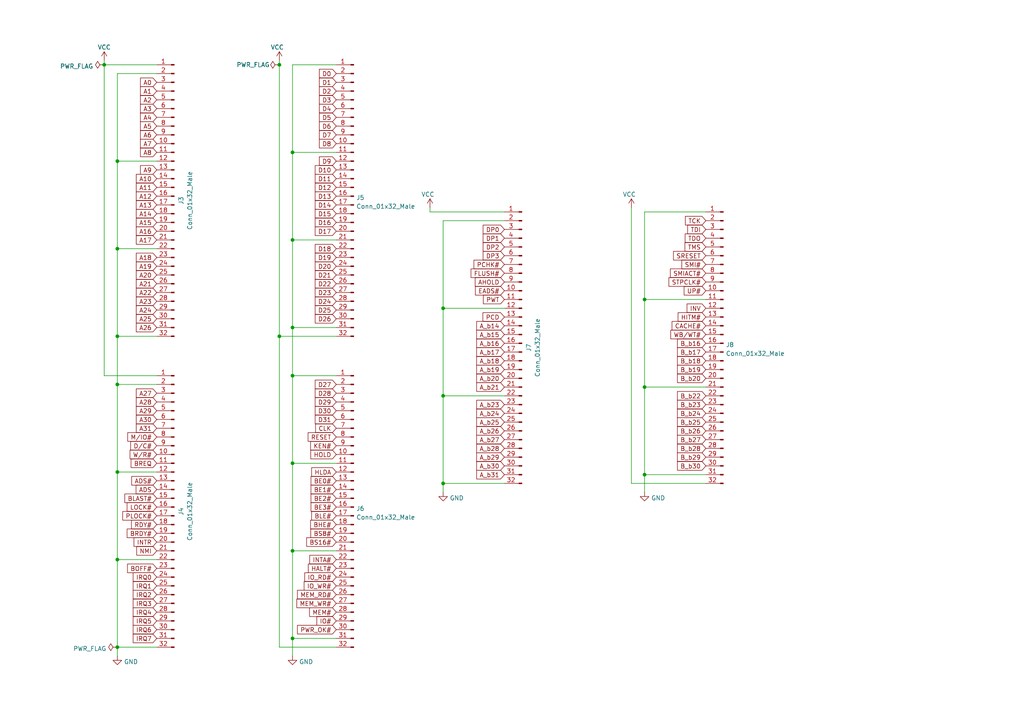
<source format=kicad_sch>
(kicad_sch (version 20211123) (generator eeschema)
  (paper "A4")
  (lib_symbols
    (symbol "Connector:Conn_01x32_Male" (pin_names (offset 1.016) hide)
      (property "Reference" "J" (at 0 40.64 0))
      (property "Value" "Conn_01x32_Male" (at 0 -43.18 0))
      (symbol "Conn_01x32_Male_1_1"
        (polyline (pts (xy 1.27 -40.64) (xy 0.8636 -40.64)) (stroke (width 0.1524)))
        (polyline (pts (xy 1.27 -38.1) (xy 0.8636 -38.1)) (stroke (width 0.1524)))
        (polyline (pts (xy 1.27 -35.56) (xy 0.8636 -35.56)) (stroke (width 0.1524)))
        (polyline (pts (xy 1.27 -33.02) (xy 0.8636 -33.02)) (stroke (width 0.1524)))
        (polyline (pts (xy 1.27 -30.48) (xy 0.8636 -30.48)) (stroke (width 0.1524)))
        (polyline (pts (xy 1.27 -27.94) (xy 0.8636 -27.94)) (stroke (width 0.1524)))
        (polyline (pts (xy 1.27 -25.4) (xy 0.8636 -25.4)) (stroke (width 0.1524)))
        (polyline (pts (xy 1.27 -22.86) (xy 0.8636 -22.86)) (stroke (width 0.1524)))
        (polyline (pts (xy 1.27 -20.32) (xy 0.8636 -20.32)) (stroke (width 0.1524)))
        (polyline (pts (xy 1.27 -17.78) (xy 0.8636 -17.78)) (stroke (width 0.1524)))
        (polyline (pts (xy 1.27 -15.24) (xy 0.8636 -15.24)) (stroke (width 0.1524)))
        (polyline (pts (xy 1.27 -12.7) (xy 0.8636 -12.7)) (stroke (width 0.1524)))
        (polyline (pts (xy 1.27 -10.16) (xy 0.8636 -10.16)) (stroke (width 0.1524)))
        (polyline (pts (xy 1.27 -7.62) (xy 0.8636 -7.62)) (stroke (width 0.1524)))
        (polyline (pts (xy 1.27 -5.08) (xy 0.8636 -5.08)) (stroke (width 0.1524)))
        (polyline (pts (xy 1.27 -2.54) (xy 0.8636 -2.54)) (stroke (width 0.1524)))
        (polyline (pts (xy 1.27 0) (xy 0.8636 0)) (stroke (width 0.1524)))
        (polyline (pts (xy 1.27 2.54) (xy 0.8636 2.54)) (stroke (width 0.1524)))
        (polyline (pts (xy 1.27 5.08) (xy 0.8636 5.08)) (stroke (width 0.1524)))
        (polyline (pts (xy 1.27 7.62) (xy 0.8636 7.62)) (stroke (width 0.1524)))
        (polyline (pts (xy 1.27 10.16) (xy 0.8636 10.16)) (stroke (width 0.1524)))
        (polyline (pts (xy 1.27 12.7) (xy 0.8636 12.7)) (stroke (width 0.1524)))
        (polyline (pts (xy 1.27 15.24) (xy 0.8636 15.24)) (stroke (width 0.1524)))
        (polyline (pts (xy 1.27 17.78) (xy 0.8636 17.78)) (stroke (width 0.1524)))
        (polyline (pts (xy 1.27 20.32) (xy 0.8636 20.32)) (stroke (width 0.1524)))
        (polyline (pts (xy 1.27 22.86) (xy 0.8636 22.86)) (stroke (width 0.1524)))
        (polyline (pts (xy 1.27 25.4) (xy 0.8636 25.4)) (stroke (width 0.1524)))
        (polyline (pts (xy 1.27 27.94) (xy 0.8636 27.94)) (stroke (width 0.1524)))
        (polyline (pts (xy 1.27 30.48) (xy 0.8636 30.48)) (stroke (width 0.1524)))
        (polyline (pts (xy 1.27 33.02) (xy 0.8636 33.02)) (stroke (width 0.1524)))
        (polyline (pts (xy 1.27 35.56) (xy 0.8636 35.56)) (stroke (width 0.1524)))
        (polyline (pts (xy 1.27 38.1) (xy 0.8636 38.1)) (stroke (width 0.1524)))
        (rectangle (start 0.8636 -40.513) (end 0 -40.767) (stroke (width 0.1524)) (fill (type outline)))
        (rectangle (start 0.8636 -37.973) (end 0 -38.227) (stroke (width 0.1524)) (fill (type outline)))
        (rectangle (start 0.8636 -35.433) (end 0 -35.687) (stroke (width 0.1524)) (fill (type outline)))
        (rectangle (start 0.8636 -32.893) (end 0 -33.147) (stroke (width 0.1524)) (fill (type outline)))
        (rectangle (start 0.8636 -30.353) (end 0 -30.607) (stroke (width 0.1524)) (fill (type outline)))
        (rectangle (start 0.8636 -27.813) (end 0 -28.067) (stroke (width 0.1524)) (fill (type outline)))
        (rectangle (start 0.8636 -25.273) (end 0 -25.527) (stroke (width 0.1524)) (fill (type outline)))
        (rectangle (start 0.8636 -22.733) (end 0 -22.987) (stroke (width 0.1524)) (fill (type outline)))
        (rectangle (start 0.8636 -20.193) (end 0 -20.447) (stroke (width 0.1524)) (fill (type outline)))
        (rectangle (start 0.8636 -17.653) (end 0 -17.907) (stroke (width 0.1524)) (fill (type outline)))
        (rectangle (start 0.8636 -15.113) (end 0 -15.367) (stroke (width 0.1524)) (fill (type outline)))
        (rectangle (start 0.8636 -12.573) (end 0 -12.827) (stroke (width 0.1524)) (fill (type outline)))
        (rectangle (start 0.8636 -10.033) (end 0 -10.287) (stroke (width 0.1524)) (fill (type outline)))
        (rectangle (start 0.8636 -7.493) (end 0 -7.747) (stroke (width 0.1524)) (fill (type outline)))
        (rectangle (start 0.8636 -4.953) (end 0 -5.207) (stroke (width 0.1524)) (fill (type outline)))
        (rectangle (start 0.8636 -2.413) (end 0 -2.667) (stroke (width 0.1524)) (fill (type outline)))
        (rectangle (start 0.8636 0.127) (end 0 -0.127) (stroke (width 0.1524)) (fill (type outline)))
        (rectangle (start 0.8636 2.667) (end 0 2.413) (stroke (width 0.1524)) (fill (type outline)))
        (rectangle (start 0.8636 5.207) (end 0 4.953) (stroke (width 0.1524)) (fill (type outline)))
        (rectangle (start 0.8636 7.747) (end 0 7.493) (stroke (width 0.1524)) (fill (type outline)))
        (rectangle (start 0.8636 10.287) (end 0 10.033) (stroke (width 0.1524)) (fill (type outline)))
        (rectangle (start 0.8636 12.827) (end 0 12.573) (stroke (width 0.1524)) (fill (type outline)))
        (rectangle (start 0.8636 15.367) (end 0 15.113) (stroke (width 0.1524)) (fill (type outline)))
        (rectangle (start 0.8636 17.907) (end 0 17.653) (stroke (width 0.1524)) (fill (type outline)))
        (rectangle (start 0.8636 20.447) (end 0 20.193) (stroke (width 0.1524)) (fill (type outline)))
        (rectangle (start 0.8636 22.987) (end 0 22.733) (stroke (width 0.1524)) (fill (type outline)))
        (rectangle (start 0.8636 25.527) (end 0 25.273) (stroke (width 0.1524)) (fill (type outline)))
        (rectangle (start 0.8636 28.067) (end 0 27.813) (stroke (width 0.1524)) (fill (type outline)))
        (rectangle (start 0.8636 30.607) (end 0 30.353) (stroke (width 0.1524)) (fill (type outline)))
        (rectangle (start 0.8636 33.147) (end 0 32.893) (stroke (width 0.1524)) (fill (type outline)))
        (rectangle (start 0.8636 35.687) (end 0 35.433) (stroke (width 0.1524)) (fill (type outline)))
        (rectangle (start 0.8636 38.227) (end 0 37.973) (stroke (width 0.1524)) (fill (type outline)))
        (pin passive line (at 5.08 38.1 180) (length 3.81) (name "Pin_1") (number "1"))
        (pin passive line (at 5.08 15.24 180) (length 3.81) (name "Pin_10") (number "10"))
        (pin passive line (at 5.08 12.7 180) (length 3.81) (name "Pin_11") (number "11"))
        (pin passive line (at 5.08 10.16 180) (length 3.81) (name "Pin_12") (number "12"))
        (pin passive line (at 5.08 7.62 180) (length 3.81) (name "Pin_13") (number "13"))
        (pin passive line (at 5.08 5.08 180) (length 3.81) (name "Pin_14") (number "14"))
        (pin passive line (at 5.08 2.54 180) (length 3.81) (name "Pin_15") (number "15"))
        (pin passive line (at 5.08 0 180) (length 3.81) (name "Pin_16") (number "16"))
        (pin passive line (at 5.08 -2.54 180) (length 3.81) (name "Pin_17") (number "17"))
        (pin passive line (at 5.08 -5.08 180) (length 3.81) (name "Pin_18") (number "18"))
        (pin passive line (at 5.08 -7.62 180) (length 3.81) (name "Pin_19") (number "19"))
        (pin passive line (at 5.08 35.56 180) (length 3.81) (name "Pin_2") (number "2"))
        (pin passive line (at 5.08 -10.16 180) (length 3.81) (name "Pin_20") (number "20"))
        (pin passive line (at 5.08 -12.7 180) (length 3.81) (name "Pin_21") (number "21"))
        (pin passive line (at 5.08 -15.24 180) (length 3.81) (name "Pin_22") (number "22"))
        (pin passive line (at 5.08 -17.78 180) (length 3.81) (name "Pin_23") (number "23"))
        (pin passive line (at 5.08 -20.32 180) (length 3.81) (name "Pin_24") (number "24"))
        (pin passive line (at 5.08 -22.86 180) (length 3.81) (name "Pin_25") (number "25"))
        (pin passive line (at 5.08 -25.4 180) (length 3.81) (name "Pin_26") (number "26"))
        (pin passive line (at 5.08 -27.94 180) (length 3.81) (name "Pin_27") (number "27"))
        (pin passive line (at 5.08 -30.48 180) (length 3.81) (name "Pin_28") (number "28"))
        (pin passive line (at 5.08 -33.02 180) (length 3.81) (name "Pin_29") (number "29"))
        (pin passive line (at 5.08 33.02 180) (length 3.81) (name "Pin_3") (number "3"))
        (pin passive line (at 5.08 -35.56 180) (length 3.81) (name "Pin_30") (number "30"))
        (pin passive line (at 5.08 -38.1 180) (length 3.81) (name "Pin_31") (number "31"))
        (pin passive line (at 5.08 -40.64 180) (length 3.81) (name "Pin_32") (number "32"))
        (pin passive line (at 5.08 30.48 180) (length 3.81) (name "Pin_4") (number "4"))
        (pin passive line (at 5.08 27.94 180) (length 3.81) (name "Pin_5") (number "5"))
        (pin passive line (at 5.08 25.4 180) (length 3.81) (name "Pin_6") (number "6"))
        (pin passive line (at 5.08 22.86 180) (length 3.81) (name "Pin_7") (number "7"))
        (pin passive line (at 5.08 20.32 180) (length 3.81) (name "Pin_8") (number "8"))
        (pin passive line (at 5.08 17.78 180) (length 3.81) (name "Pin_9") (number "9"))
      )
    )
    (symbol "power:GND" (power) (pin_names (offset 0))
      (property "Value" "GND" (at 0 -3.81 0))
      (symbol "GND_0_1"
        (polyline (pts (xy 0 0) (xy 0 -1.27) (xy 1.27 -1.27) (xy 0 -2.54) (xy -1.27 -1.27) (xy 0 -1.27)))
      )
      (symbol "GND_1_1"
        (pin power_in line (at 0 0 270) (length 0) hide (name "GND") (number "1"))
      )
    )
    (symbol "power:PWR_FLAG" (power) (pin_numbers hide) (pin_names (offset 0) hide)
      (property "Value" "PWR_FLAG" (at 0 3.81 0))
      (symbol "PWR_FLAG_0_0"
        (pin power_out line (at 0 0 90) (length 0) (name "pwr") (number "1"))
      )
      (symbol "PWR_FLAG_0_1"
        (polyline (pts (xy 0 0) (xy 0 1.27) (xy -1.016 1.905) (xy 0 2.54) (xy 1.016 1.905) (xy 0 1.27)))
      )
    )
    (symbol "power:VCC" (power) (pin_names (offset 0))
      (property "Value" "VCC" (at 0 3.81 0))
      (symbol "VCC_0_1"
        (polyline (pts (xy -0.762 1.27) (xy 0 2.54)))
        (polyline (pts (xy 0 0) (xy 0 2.54)))
        (polyline (pts (xy 0 2.54) (xy 0.762 1.27)))
      )
      (symbol "VCC_1_1"
        (pin power_in line (at 0 0 90) (length 0) hide (name "VCC") (number "1"))
      )
    )
  )
  (junction (at 186.944 86.868))
  (junction (at 128.524 89.408))
  (junction (at 84.836 185.166))
  (junction (at 84.836 159.766))
  (junction (at 84.836 44.196))
  (junction (at 34.036 187.706))
  (junction (at 81.026 97.536))
  (junction (at 34.036 111.506))
  (junction (at 186.944 137.668))
  (junction (at 34.036 136.906))
  (junction (at 30.226 18.796))
  (junction (at 84.836 94.996))
  (junction (at 34.036 162.306))
  (junction (at 128.524 140.208))
  (junction (at 34.036 72.136))
  (junction (at 84.836 108.966))
  (junction (at 81.026 18.796))
  (junction (at 34.036 46.736))
  (junction (at 84.836 134.366))
  (junction (at 186.944 112.268))
  (junction (at 128.524 114.808))
  (junction (at 34.036 97.536))
  (junction (at 84.836 69.596))
  (wire (pts (xy 84.836 185.166) (xy 84.836 190.246)))
  (wire (pts (xy 84.836 159.766) (xy 84.836 185.166)))
  (wire (pts (xy 183.134 60.198) (xy 183.134 140.208)))
  (wire (pts (xy 146.304 140.208) (xy 128.524 140.208)))
  (wire (pts (xy 30.226 18.796) (xy 30.226 108.966)))
  (wire (pts (xy 34.036 111.506) (xy 34.036 136.906)))
  (wire (pts (xy 128.524 142.748) (xy 128.524 140.208)))
  (wire (pts (xy 186.944 86.868) (xy 186.944 112.268)))
  (wire (pts (xy 34.036 46.736) (xy 34.036 72.136)))
  (wire (pts (xy 128.524 89.408) (xy 146.304 89.408)))
  (wire (pts (xy 34.036 46.736) (xy 45.466 46.736)))
  (wire (pts (xy 81.026 97.536) (xy 97.536 97.536)))
  (wire (pts (xy 124.714 60.198) (xy 124.714 61.468)))
  (wire (pts (xy 30.226 17.526) (xy 30.226 18.796)))
  (wire (pts (xy 128.524 114.808) (xy 128.524 140.208)))
  (wire (pts (xy 128.524 89.408) (xy 128.524 114.808)))
  (wire (pts (xy 30.226 18.796) (xy 45.466 18.796)))
  (wire (pts (xy 84.836 108.966) (xy 84.836 134.366)))
  (wire (pts (xy 124.714 61.468) (xy 146.304 61.468)))
  (wire (pts (xy 34.036 72.136) (xy 45.466 72.136)))
  (wire (pts (xy 34.036 162.306) (xy 34.036 187.706)))
  (wire (pts (xy 84.836 94.996) (xy 97.536 94.996)))
  (wire (pts (xy 204.724 112.268) (xy 186.944 112.268)))
  (wire (pts (xy 84.836 69.596) (xy 84.836 94.996)))
  (wire (pts (xy 204.724 61.468) (xy 186.944 61.468)))
  (wire (pts (xy 34.036 97.536) (xy 45.466 97.536)))
  (wire (pts (xy 84.836 94.996) (xy 84.836 108.966)))
  (wire (pts (xy 84.836 134.366) (xy 97.536 134.366)))
  (wire (pts (xy 34.036 72.136) (xy 34.036 97.536)))
  (wire (pts (xy 84.836 185.166) (xy 97.536 185.166)))
  (wire (pts (xy 81.026 17.526) (xy 81.026 18.796)))
  (wire (pts (xy 84.836 108.966) (xy 97.536 108.966)))
  (wire (pts (xy 186.944 137.668) (xy 186.944 142.748)))
  (wire (pts (xy 34.036 136.906) (xy 45.466 136.906)))
  (wire (pts (xy 30.226 108.966) (xy 45.466 108.966)))
  (wire (pts (xy 34.036 187.706) (xy 45.466 187.706)))
  (wire (pts (xy 186.944 112.268) (xy 186.944 137.668)))
  (wire (pts (xy 186.944 86.868) (xy 204.724 86.868)))
  (wire (pts (xy 204.724 137.668) (xy 186.944 137.668)))
  (wire (pts (xy 45.466 21.336) (xy 34.036 21.336)))
  (wire (pts (xy 146.304 64.008) (xy 128.524 64.008)))
  (wire (pts (xy 81.026 18.796) (xy 81.026 97.536)))
  (wire (pts (xy 81.026 97.536) (xy 81.026 187.706)))
  (wire (pts (xy 84.836 134.366) (xy 84.836 159.766)))
  (wire (pts (xy 84.836 44.196) (xy 97.536 44.196)))
  (wire (pts (xy 81.026 187.706) (xy 97.536 187.706)))
  (wire (pts (xy 84.836 18.796) (xy 84.836 44.196)))
  (wire (pts (xy 34.036 111.506) (xy 45.466 111.506)))
  (wire (pts (xy 34.036 162.306) (xy 45.466 162.306)))
  (wire (pts (xy 84.836 159.766) (xy 97.536 159.766)))
  (wire (pts (xy 34.036 190.246) (xy 34.036 187.706)))
  (wire (pts (xy 186.944 61.468) (xy 186.944 86.868)))
  (wire (pts (xy 84.836 69.596) (xy 97.536 69.596)))
  (wire (pts (xy 34.036 21.336) (xy 34.036 46.736)))
  (wire (pts (xy 204.724 140.208) (xy 183.134 140.208)))
  (wire (pts (xy 34.036 97.536) (xy 34.036 111.506)))
  (wire (pts (xy 146.304 114.808) (xy 128.524 114.808)))
  (wire (pts (xy 97.536 18.796) (xy 84.836 18.796)))
  (wire (pts (xy 34.036 136.906) (xy 34.036 162.306)))
  (wire (pts (xy 84.836 44.196) (xy 84.836 69.596)))
  (wire (pts (xy 128.524 64.008) (xy 128.524 89.408)))
  (global_label "DP3" (shape input) (at 146.304 74.168 180) (property "Intersheet References" "${INTERSHEET_REFS}" (effects hide)))
  (global_label "A29" (shape input) (at 45.466 119.126 180) (property "Intersheet References" "${INTERSHEET_REFS}" (effects hide)))
  (global_label "A11" (shape input) (at 45.466 54.356 180) (property "Intersheet References" "${INTERSHEET_REFS}" (effects hide)))
  (global_label "B_b20" (shape input) (at 204.724 109.728 180) (property "Intersheet References" "${INTERSHEET_REFS}" (effects hide)))
  (global_label "A15" (shape input) (at 45.466 64.516 180) (property "Intersheet References" "${INTERSHEET_REFS}" (effects hide)))
  (global_label "B_b27" (shape input) (at 204.724 127.508 180) (property "Intersheet References" "${INTERSHEET_REFS}" (effects hide)))
  (global_label "A27" (shape input) (at 45.466 114.046 180) (property "Intersheet References" "${INTERSHEET_REFS}" (effects hide)))
  (global_label "B_b17" (shape input) (at 204.724 102.108 180) (property "Intersheet References" "${INTERSHEET_REFS}" (effects hide)))
  (global_label "NMI" (shape input) (at 45.466 159.766 180) (property "Intersheet References" "${INTERSHEET_REFS}" (effects hide)))
  (global_label "A20" (shape input) (at 45.466 79.756 180) (property "Intersheet References" "${INTERSHEET_REFS}" (effects hide)))
  (global_label "BOFF#" (shape input) (at 45.466 164.846 180) (property "Intersheet References" "${INTERSHEET_REFS}" (effects hide)))
  (global_label "B_b26" (shape input) (at 204.724 124.968 180) (property "Intersheet References" "${INTERSHEET_REFS}" (effects hide)))
  (global_label "A_b20" (shape input) (at 146.304 109.728 180) (property "Intersheet References" "${INTERSHEET_REFS}" (effects hide)))
  (global_label "TMS" (shape input) (at 204.724 71.628 180) (property "Intersheet References" "${INTERSHEET_REFS}" (effects hide)))
  (global_label "D10" (shape input) (at 97.536 49.276 180) (property "Intersheet References" "${INTERSHEET_REFS}" (effects hide)))
  (global_label "A_b15" (shape input) (at 146.304 97.028 180) (property "Intersheet References" "${INTERSHEET_REFS}" (effects hide)))
  (global_label "PCHK#" (shape input) (at 146.304 76.708 180) (property "Intersheet References" "${INTERSHEET_REFS}" (effects hide)))
  (global_label "STPCLK#" (shape input) (at 204.724 81.788 180) (property "Intersheet References" "${INTERSHEET_REFS}" (effects hide)))
  (global_label "A_b23" (shape input) (at 146.304 117.348 180) (property "Intersheet References" "${INTERSHEET_REFS}" (effects hide)))
  (global_label "D12" (shape input) (at 97.536 54.356 180) (property "Intersheet References" "${INTERSHEET_REFS}" (effects hide)))
  (global_label "D19" (shape input) (at 97.536 74.676 180) (property "Intersheet References" "${INTERSHEET_REFS}" (effects hide)))
  (global_label "PWT" (shape input) (at 146.304 86.868 180) (property "Intersheet References" "${INTERSHEET_REFS}" (effects hide)))
  (global_label "D1" (shape input) (at 97.536 23.876 180) (property "Intersheet References" "${INTERSHEET_REFS}" (effects hide)))
  (global_label "A9" (shape input) (at 45.466 49.276 180) (property "Intersheet References" "${INTERSHEET_REFS}" (effects hide)))
  (global_label "MEM_WR#" (shape input) (at 97.536 175.006 180) (property "Intersheet References" "${INTERSHEET_REFS}" (effects hide)))
  (global_label "D0" (shape input) (at 97.536 21.336 180) (property "Intersheet References" "${INTERSHEET_REFS}" (effects hide)))
  (global_label "IRQ4" (shape input) (at 45.466 177.546 180) (property "Intersheet References" "${INTERSHEET_REFS}" (effects hide)))
  (global_label "LOCK#" (shape input) (at 45.466 147.066 180) (property "Intersheet References" "${INTERSHEET_REFS}" (effects hide)))
  (global_label "D30" (shape input) (at 97.536 119.126 180) (property "Intersheet References" "${INTERSHEET_REFS}" (effects hide)))
  (global_label "A_b25" (shape input) (at 146.304 122.428 180) (property "Intersheet References" "${INTERSHEET_REFS}" (effects hide)))
  (global_label "D21" (shape input) (at 97.536 79.756 180) (property "Intersheet References" "${INTERSHEET_REFS}" (effects hide)))
  (global_label "A12" (shape input) (at 45.466 56.896 180) (property "Intersheet References" "${INTERSHEET_REFS}" (effects hide)))
  (global_label "A_b14" (shape input) (at 146.304 94.488 180) (property "Intersheet References" "${INTERSHEET_REFS}" (effects hide)))
  (global_label "A28" (shape input) (at 45.466 116.586 180) (property "Intersheet References" "${INTERSHEET_REFS}" (effects hide)))
  (global_label "INTR" (shape input) (at 45.466 157.226 180) (property "Intersheet References" "${INTERSHEET_REFS}" (effects hide)))
  (global_label "A23" (shape input) (at 45.466 87.376 180) (property "Intersheet References" "${INTERSHEET_REFS}" (effects hide)))
  (global_label "A_b18" (shape input) (at 146.304 104.648 180) (property "Intersheet References" "${INTERSHEET_REFS}" (effects hide)))
  (global_label "BE1#" (shape input) (at 97.536 141.986 180) (property "Intersheet References" "${INTERSHEET_REFS}" (effects hide)))
  (global_label "B_b25" (shape input) (at 204.724 122.428 180) (property "Intersheet References" "${INTERSHEET_REFS}" (effects hide)))
  (global_label "A_b21" (shape input) (at 146.304 112.268 180) (property "Intersheet References" "${INTERSHEET_REFS}" (effects hide)))
  (global_label "FLUSH#" (shape input) (at 146.304 79.248 180) (property "Intersheet References" "${INTERSHEET_REFS}" (effects hide)))
  (global_label "BLE#" (shape input) (at 97.536 149.606 180) (property "Intersheet References" "${INTERSHEET_REFS}" (effects hide)))
  (global_label "DP0" (shape input) (at 146.304 66.548 180) (property "Intersheet References" "${INTERSHEET_REFS}" (effects hide)))
  (global_label "IO#" (shape input) (at 97.536 180.086 180) (property "Intersheet References" "${INTERSHEET_REFS}" (effects hide)))
  (global_label "BS8#" (shape input) (at 97.536 154.686 180) (property "Intersheet References" "${INTERSHEET_REFS}" (effects hide)))
  (global_label "B_b24" (shape input) (at 204.724 119.888 180) (property "Intersheet References" "${INTERSHEET_REFS}" (effects hide)))
  (global_label "IRQ3" (shape input) (at 45.466 175.006 180) (property "Intersheet References" "${INTERSHEET_REFS}" (effects hide)))
  (global_label "D4" (shape input) (at 97.536 31.496 180) (property "Intersheet References" "${INTERSHEET_REFS}" (effects hide)))
  (global_label "A_b19" (shape input) (at 146.304 107.188 180) (property "Intersheet References" "${INTERSHEET_REFS}" (effects hide)))
  (global_label "EADS#" (shape input) (at 146.304 84.328 180) (property "Intersheet References" "${INTERSHEET_REFS}" (effects hide)))
  (global_label "BE0#" (shape input) (at 97.536 139.446 180) (property "Intersheet References" "${INTERSHEET_REFS}" (effects hide)))
  (global_label "A_b31" (shape input) (at 146.304 137.668 180) (property "Intersheet References" "${INTERSHEET_REFS}" (effects hide)))
  (global_label "A16" (shape input) (at 45.466 67.056 180) (property "Intersheet References" "${INTERSHEET_REFS}" (effects hide)))
  (global_label "W{slash}R#" (shape input) (at 45.466 131.826 180) (property "Intersheet References" "${INTERSHEET_REFS}" (effects hide)))
  (global_label "IRQ7" (shape input) (at 45.466 185.166 180) (property "Intersheet References" "${INTERSHEET_REFS}" (effects hide)))
  (global_label "D3" (shape input) (at 97.536 28.956 180) (property "Intersheet References" "${INTERSHEET_REFS}" (effects hide)))
  (global_label "UP#" (shape input) (at 204.724 84.328 180) (property "Intersheet References" "${INTERSHEET_REFS}" (effects hide)))
  (global_label "A_b17" (shape input) (at 146.304 102.108 180) (property "Intersheet References" "${INTERSHEET_REFS}" (effects hide)))
  (global_label "TDO" (shape input) (at 204.724 69.088 180) (property "Intersheet References" "${INTERSHEET_REFS}" (effects hide)))
  (global_label "A30" (shape input) (at 45.466 121.666 180) (property "Intersheet References" "${INTERSHEET_REFS}" (effects hide)))
  (global_label "BHE#" (shape input) (at 97.536 152.146 180) (property "Intersheet References" "${INTERSHEET_REFS}" (effects hide)))
  (global_label "A6" (shape input) (at 45.466 39.116 180) (property "Intersheet References" "${INTERSHEET_REFS}" (effects hide)))
  (global_label "A_b26" (shape input) (at 146.304 124.968 180) (property "Intersheet References" "${INTERSHEET_REFS}" (effects hide)))
  (global_label "B_b19" (shape input) (at 204.724 107.188 180) (property "Intersheet References" "${INTERSHEET_REFS}" (effects hide)))
  (global_label "A13" (shape input) (at 45.466 59.436 180) (property "Intersheet References" "${INTERSHEET_REFS}" (effects hide)))
  (global_label "A_b28" (shape input) (at 146.304 130.048 180) (property "Intersheet References" "${INTERSHEET_REFS}" (effects hide)))
  (global_label "BRDY#" (shape input) (at 45.466 154.686 180) (property "Intersheet References" "${INTERSHEET_REFS}" (effects hide)))
  (global_label "A17" (shape input) (at 45.466 69.596 180) (property "Intersheet References" "${INTERSHEET_REFS}" (effects hide)))
  (global_label "A24" (shape input) (at 45.466 89.916 180) (property "Intersheet References" "${INTERSHEET_REFS}" (effects hide)))
  (global_label "D11" (shape input) (at 97.536 51.816 180) (property "Intersheet References" "${INTERSHEET_REFS}" (effects hide)))
  (global_label "IRQ6" (shape input) (at 45.466 182.626 180) (property "Intersheet References" "${INTERSHEET_REFS}" (effects hide)))
  (global_label "BE2#" (shape input) (at 97.536 144.526 180) (property "Intersheet References" "${INTERSHEET_REFS}" (effects hide)))
  (global_label "SMI#" (shape input) (at 204.724 76.708 180) (property "Intersheet References" "${INTERSHEET_REFS}" (effects hide)))
  (global_label "A3" (shape input) (at 45.466 31.496 180) (property "Intersheet References" "${INTERSHEET_REFS}" (effects hide)))
  (global_label "A22" (shape input) (at 45.466 84.836 180) (property "Intersheet References" "${INTERSHEET_REFS}" (effects hide)))
  (global_label "M{slash}IO#" (shape input) (at 45.466 126.746 180) (property "Intersheet References" "${INTERSHEET_REFS}" (effects hide)))
  (global_label "SRESET" (shape input) (at 204.724 74.168 180) (property "Intersheet References" "${INTERSHEET_REFS}" (effects hide)))
  (global_label "IO_WR#" (shape input) (at 97.536 169.926 180) (property "Intersheet References" "${INTERSHEET_REFS}" (effects hide)))
  (global_label "B_b30" (shape input) (at 204.724 135.128 180) (property "Intersheet References" "${INTERSHEET_REFS}" (effects hide)))
  (global_label "MEM#" (shape input) (at 97.536 177.546 180) (property "Intersheet References" "${INTERSHEET_REFS}" (effects hide)))
  (global_label "D24" (shape input) (at 97.536 87.376 180) (property "Intersheet References" "${INTERSHEET_REFS}" (effects hide)))
  (global_label "PLOCK#" (shape input) (at 45.466 149.606 180) (property "Intersheet References" "${INTERSHEET_REFS}" (effects hide)))
  (global_label "HALT#" (shape input) (at 97.536 164.846 180) (property "Intersheet References" "${INTERSHEET_REFS}" (effects hide)))
  (global_label "D27" (shape input) (at 97.536 111.506 180) (property "Intersheet References" "${INTERSHEET_REFS}" (effects hide)))
  (global_label "IRQ1" (shape input) (at 45.466 169.926 180) (property "Intersheet References" "${INTERSHEET_REFS}" (effects hide)))
  (global_label "MEM_RD#" (shape input) (at 97.536 172.466 180) (property "Intersheet References" "${INTERSHEET_REFS}" (effects hide)))
  (global_label "IRQ5" (shape input) (at 45.466 180.086 180) (property "Intersheet References" "${INTERSHEET_REFS}" (effects hide)))
  (global_label "PCD" (shape input) (at 146.304 91.948 180) (property "Intersheet References" "${INTERSHEET_REFS}" (effects hide)))
  (global_label "A1" (shape input) (at 45.466 26.416 180) (property "Intersheet References" "${INTERSHEET_REFS}" (effects hide)))
  (global_label "D5" (shape input) (at 97.536 34.036 180) (property "Intersheet References" "${INTERSHEET_REFS}" (effects hide)))
  (global_label "D7" (shape input) (at 97.536 39.116 180) (property "Intersheet References" "${INTERSHEET_REFS}" (effects hide)))
  (global_label "A8" (shape input) (at 45.466 44.196 180) (property "Intersheet References" "${INTERSHEET_REFS}" (effects hide)))
  (global_label "ADS" (shape input) (at 45.466 141.986 180) (property "Intersheet References" "${INTERSHEET_REFS}" (effects hide)))
  (global_label "PWR_OK#" (shape input) (at 97.536 182.626 180) (property "Intersheet References" "${INTERSHEET_REFS}" (effects hide)))
  (global_label "SMIACT#" (shape input) (at 204.724 79.248 180) (property "Intersheet References" "${INTERSHEET_REFS}" (effects hide)))
  (global_label "A_b30" (shape input) (at 146.304 135.128 180) (property "Intersheet References" "${INTERSHEET_REFS}" (effects hide)))
  (global_label "D13" (shape input) (at 97.536 56.896 180) (property "Intersheet References" "${INTERSHEET_REFS}" (effects hide)))
  (global_label "A18" (shape input) (at 45.466 74.676 180) (property "Intersheet References" "${INTERSHEET_REFS}" (effects hide)))
  (global_label "D18" (shape input) (at 97.536 72.136 180) (property "Intersheet References" "${INTERSHEET_REFS}" (effects hide)))
  (global_label "A_b16" (shape input) (at 146.304 99.568 180) (property "Intersheet References" "${INTERSHEET_REFS}" (effects hide)))
  (global_label "D9" (shape input) (at 97.536 46.736 180) (property "Intersheet References" "${INTERSHEET_REFS}" (effects hide)))
  (global_label "D15" (shape input) (at 97.536 61.976 180) (property "Intersheet References" "${INTERSHEET_REFS}" (effects hide)))
  (global_label "D14" (shape input) (at 97.536 59.436 180) (property "Intersheet References" "${INTERSHEET_REFS}" (effects hide)))
  (global_label "AHOLD" (shape input) (at 146.304 81.788 180) (property "Intersheet References" "${INTERSHEET_REFS}" (effects hide)))
  (global_label "B_b23" (shape input) (at 204.724 117.348 180) (property "Intersheet References" "${INTERSHEET_REFS}" (effects hide)))
  (global_label "RDY#" (shape input) (at 45.466 152.146 180) (property "Intersheet References" "${INTERSHEET_REFS}" (effects hide)))
  (global_label "D{slash}C#" (shape input) (at 45.466 129.286 180) (property "Intersheet References" "${INTERSHEET_REFS}" (effects hide)))
  (global_label "A10" (shape input) (at 45.466 51.816 180) (property "Intersheet References" "${INTERSHEET_REFS}" (effects hide)))
  (global_label "KEN#" (shape input) (at 97.536 129.286 180) (property "Intersheet References" "${INTERSHEET_REFS}" (effects hide)))
  (global_label "BE3#" (shape input) (at 97.536 147.066 180) (property "Intersheet References" "${INTERSHEET_REFS}" (effects hide)))
  (global_label "A_b27" (shape input) (at 146.304 127.508 180) (property "Intersheet References" "${INTERSHEET_REFS}" (effects hide)))
  (global_label "RESET" (shape input) (at 97.536 126.746 180) (property "Intersheet References" "${INTERSHEET_REFS}" (effects hide)))
  (global_label "A14" (shape input) (at 45.466 61.976 180) (property "Intersheet References" "${INTERSHEET_REFS}" (effects hide)))
  (global_label "HOLD" (shape input) (at 97.536 131.826 180) (property "Intersheet References" "${INTERSHEET_REFS}" (effects hide)))
  (global_label "B_b18" (shape input) (at 204.724 104.648 180) (property "Intersheet References" "${INTERSHEET_REFS}" (effects hide)))
  (global_label "HITM#" (shape input) (at 204.724 91.948 180) (property "Intersheet References" "${INTERSHEET_REFS}" (effects hide)))
  (global_label "A_b24" (shape input) (at 146.304 119.888 180) (property "Intersheet References" "${INTERSHEET_REFS}" (effects hide)))
  (global_label "D16" (shape input) (at 97.536 64.516 180) (property "Intersheet References" "${INTERSHEET_REFS}" (effects hide)))
  (global_label "B_b28" (shape input) (at 204.724 130.048 180) (property "Intersheet References" "${INTERSHEET_REFS}" (effects hide)))
  (global_label "DP2" (shape input) (at 146.304 71.628 180) (property "Intersheet References" "${INTERSHEET_REFS}" (effects hide)))
  (global_label "B_b22" (shape input) (at 204.724 114.808 180) (property "Intersheet References" "${INTERSHEET_REFS}" (effects hide)))
  (global_label "D6" (shape input) (at 97.536 36.576 180) (property "Intersheet References" "${INTERSHEET_REFS}" (effects hide)))
  (global_label "A21" (shape input) (at 45.466 82.296 180) (property "Intersheet References" "${INTERSHEET_REFS}" (effects hide)))
  (global_label "BS16#" (shape input) (at 97.536 157.226 180) (property "Intersheet References" "${INTERSHEET_REFS}" (effects hide)))
  (global_label "A25" (shape input) (at 45.466 92.456 180) (property "Intersheet References" "${INTERSHEET_REFS}" (effects hide)))
  (global_label "TDI" (shape input) (at 204.724 66.548 180) (property "Intersheet References" "${INTERSHEET_REFS}" (effects hide)))
  (global_label "A2" (shape input) (at 45.466 28.956 180) (property "Intersheet References" "${INTERSHEET_REFS}" (effects hide)))
  (global_label "D29" (shape input) (at 97.536 116.586 180) (property "Intersheet References" "${INTERSHEET_REFS}" (effects hide)))
  (global_label "A31" (shape input) (at 45.466 124.206 180) (property "Intersheet References" "${INTERSHEET_REFS}" (effects hide)))
  (global_label "HLDA" (shape input) (at 97.536 136.906 180) (property "Intersheet References" "${INTERSHEET_REFS}" (effects hide)))
  (global_label "D23" (shape input) (at 97.536 84.836 180) (property "Intersheet References" "${INTERSHEET_REFS}" (effects hide)))
  (global_label "A0" (shape input) (at 45.466 23.876 180) (property "Intersheet References" "${INTERSHEET_REFS}" (effects hide)))
  (global_label "B_b29" (shape input) (at 204.724 132.588 180) (property "Intersheet References" "${INTERSHEET_REFS}" (effects hide)))
  (global_label "A5" (shape input) (at 45.466 36.576 180) (property "Intersheet References" "${INTERSHEET_REFS}" (effects hide)))
  (global_label "IRQ2" (shape input) (at 45.466 172.466 180) (property "Intersheet References" "${INTERSHEET_REFS}" (effects hide)))
  (global_label "D17" (shape input) (at 97.536 67.056 180) (property "Intersheet References" "${INTERSHEET_REFS}" (effects hide)))
  (global_label "D2" (shape input) (at 97.536 26.416 180) (property "Intersheet References" "${INTERSHEET_REFS}" (effects hide)))
  (global_label "D25" (shape input) (at 97.536 89.916 180) (property "Intersheet References" "${INTERSHEET_REFS}" (effects hide)))
  (global_label "BREQ" (shape input) (at 45.466 134.366 180) (property "Intersheet References" "${INTERSHEET_REFS}" (effects hide)))
  (global_label "D22" (shape input) (at 97.536 82.296 180) (property "Intersheet References" "${INTERSHEET_REFS}" (effects hide)))
  (global_label "A7" (shape input) (at 45.466 41.656 180) (property "Intersheet References" "${INTERSHEET_REFS}" (effects hide)))
  (global_label "DP1" (shape input) (at 146.304 69.088 180) (property "Intersheet References" "${INTERSHEET_REFS}" (effects hide)))
  (global_label "D26" (shape input) (at 97.536 92.456 180) (property "Intersheet References" "${INTERSHEET_REFS}" (effects hide)))
  (global_label "INTA#" (shape input) (at 97.536 162.306 180) (property "Intersheet References" "${INTERSHEET_REFS}" (effects hide)))
  (global_label "A19" (shape input) (at 45.466 77.216 180) (property "Intersheet References" "${INTERSHEET_REFS}" (effects hide)))
  (global_label "IO_RD#" (shape input) (at 97.536 167.386 180) (property "Intersheet References" "${INTERSHEET_REFS}" (effects hide)))
  (global_label "CACHE#" (shape input) (at 204.724 94.488 180) (property "Intersheet References" "${INTERSHEET_REFS}" (effects hide)))
  (global_label "CLK" (shape input) (at 97.536 124.206 180) (property "Intersheet References" "${INTERSHEET_REFS}" (effects hide)))
  (global_label "A4" (shape input) (at 45.466 34.036 180) (property "Intersheet References" "${INTERSHEET_REFS}" (effects hide)))
  (global_label "A26" (shape input) (at 45.466 94.996 180) (property "Intersheet References" "${INTERSHEET_REFS}" (effects hide)))
  (global_label "INV" (shape input) (at 204.724 89.408 180) (property "Intersheet References" "${INTERSHEET_REFS}" (effects hide)))
  (global_label "WB{slash}WT#" (shape input) (at 204.724 97.028 180) (property "Intersheet References" "${INTERSHEET_REFS}" (effects hide)))
  (global_label "D8" (shape input) (at 97.536 41.656 180) (property "Intersheet References" "${INTERSHEET_REFS}" (effects hide)))
  (global_label "A_b29" (shape input) (at 146.304 132.588 180) (property "Intersheet References" "${INTERSHEET_REFS}" (effects hide)))
  (global_label "TCK" (shape input) (at 204.724 64.008 180) (property "Intersheet References" "${INTERSHEET_REFS}" (effects hide)))
  (global_label "B_b16" (shape input) (at 204.724 99.568 180) (property "Intersheet References" "${INTERSHEET_REFS}" (effects hide)))
  (global_label "IRQ0" (shape input) (at 45.466 167.386 180) (property "Intersheet References" "${INTERSHEET_REFS}" (effects hide)))
  (global_label "D28" (shape input) (at 97.536 114.046 180) (property "Intersheet References" "${INTERSHEET_REFS}" (effects hide)))
  (global_label "BLAST#" (shape input) (at 45.466 144.526 180) (property "Intersheet References" "${INTERSHEET_REFS}" (effects hide)))
  (global_label "D31" (shape input) (at 97.536 121.666 180) (property "Intersheet References" "${INTERSHEET_REFS}" (effects hide)))
  (global_label "D20" (shape input) (at 97.536 77.216 180) (property "Intersheet References" "${INTERSHEET_REFS}" (effects hide)))
  (global_label "ADS#" (shape input) (at 45.466 139.446 180) (property "Intersheet References" "${INTERSHEET_REFS}" (effects hide)))
  (symbol (lib_id "Connector:Conn_01x32_Male") (at 151.384 99.568 0) (mirror y) (unit 1)
    (property "Reference" "J7" (at 153.3636 100.838 90))
    (property "Value" "Conn_01x32_Male" (at 155.9005 100.838 90))
    (property "Footprint" "Connector_PinHeader_2.54mm:PinHeader_1x32_P2.54mm_Vertical" (effects hide))
  )
  (symbol (lib_id "power:GND") (at 84.836 190.246 0) (mirror y) (unit 1)
    (property "Reference" "#PWR0151" (effects hide))
    (property "Value" "GND" (at 86.741 191.9498 0) (effects (justify right)))
  )
  (symbol (lib_id "power:PWR_FLAG") (at 30.226 18.796 90) (unit 1)
    (property "Reference" "#FLG0119" (effects hide))
    (property "Value" "PWR_FLAG" (at 27.0511 19.2298 90) (effects (justify left)))
  )
  (symbol (lib_id "power:GND") (at 128.524 142.748 0) (mirror y) (unit 1)
    (property "Reference" "#PWR0156" (effects hide))
    (property "Value" "GND" (at 130.429 144.4518 0) (effects (justify right)))
  )
  (symbol (lib_id "power:GND") (at 186.944 142.748 0) (mirror y) (unit 1)
    (property "Reference" "#PWR0154" (effects hide))
    (property "Value" "GND" (at 188.849 144.4518 0) (effects (justify right)))
  )
  (symbol (lib_id "Connector:Conn_01x32_Male") (at 102.616 147.066 0) (mirror y) (unit 1)
    (property "Reference" "J6" (at 103.3272 147.5013 0) (effects (justify right)))
    (property "Value" "Conn_01x32_Male" (at 103.3272 150.0382 0) (effects (justify right)))
    (property "Footprint" "Connector_PinHeader_2.54mm:PinHeader_1x32_P2.54mm_Vertical" (effects hide))
  )
  (symbol (lib_id "power:VCC") (at 81.026 17.526 0) (mirror y) (unit 1)
    (property "Reference" "#PWR0150" (effects hide))
    (property "Value" "VCC" (at 78.486 13.716 0) (effects (justify right)))
  )
  (symbol (lib_id "power:PWR_FLAG") (at 81.026 18.796 90) (unit 1)
    (property "Reference" "#FLG0121" (effects hide))
    (property "Value" "PWR_FLAG" (at 73.406 18.796 90))
  )
  (symbol (lib_id "power:PWR_FLAG") (at 34.036 187.706 90) (unit 1)
    (property "Reference" "#FLG0120" (effects hide))
    (property "Value" "PWR_FLAG" (at 30.8611 188.1398 90) (effects (justify left)))
  )
  (symbol (lib_id "power:GND") (at 34.036 190.246 0) (mirror y) (unit 1)
    (property "Reference" "#PWR0152" (effects hide))
    (property "Value" "GND" (at 35.941 191.9498 0) (effects (justify right)))
  )
  (symbol (lib_id "power:VCC") (at 183.134 60.198 0) (mirror y) (unit 1)
    (property "Reference" "#PWR0153" (effects hide))
    (property "Value" "VCC" (at 180.594 56.388 0) (effects (justify right)))
  )
  (symbol (lib_id "Connector:Conn_01x32_Male") (at 50.546 147.066 0) (mirror y) (unit 1)
    (property "Reference" "J4" (at 52.5256 148.336 90))
    (property "Value" "Conn_01x32_Male" (at 55.0625 148.336 90))
    (property "Footprint" "Connector_PinHeader_2.54mm:PinHeader_1x32_P2.54mm_Vertical" (effects hide))
  )
  (symbol (lib_id "Connector:Conn_01x32_Male") (at 50.546 56.896 0) (mirror y) (unit 1)
    (property "Reference" "J3" (at 52.5256 58.166 90))
    (property "Value" "Conn_01x32_Male" (at 55.0625 58.166 90))
    (property "Footprint" "Connector_PinHeader_2.54mm:PinHeader_1x32_P2.54mm_Vertical" (effects hide))
  )
  (symbol (lib_id "Connector:Conn_01x32_Male") (at 102.616 56.896 0) (mirror y) (unit 1)
    (property "Reference" "J5" (at 103.3272 57.3313 0) (effects (justify right)))
    (property "Value" "Conn_01x32_Male" (at 103.3272 59.8682 0) (effects (justify right)))
    (property "Footprint" "Connector_PinHeader_2.54mm:PinHeader_1x32_P2.54mm_Vertical" (effects hide))
  )
  (symbol (lib_id "power:VCC") (at 30.226 17.526 0) (mirror y) (unit 1)
    (property "Reference" "#PWR0149" (effects hide))
    (property "Value" "VCC" (at 30.226 13.716 0))
  )
  (symbol (lib_id "Connector:Conn_01x32_Male") (at 209.804 99.568 0) (mirror y) (unit 1)
    (property "Reference" "J8" (at 210.5152 100.0033 0) (effects (justify right)))
    (property "Value" "Conn_01x32_Male" (at 210.5152 102.5402 0) (effects (justify right)))
    (property "Footprint" "Connector_PinHeader_2.54mm:PinHeader_1x32_P2.54mm_Vertical" (effects hide))
  )
  (symbol (lib_id "power:VCC") (at 124.714 60.198 0) (mirror y) (unit 1)
    (property "Reference" "#PWR0155" (effects hide))
    (property "Value" "VCC" (at 122.174 56.388 0) (effects (justify right)))
  )
)
</source>
